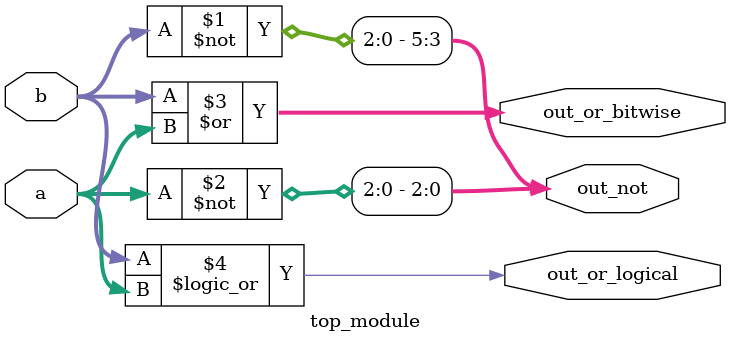
<source format=sv>
module top_module( 
    input [2:0] a,
    input [2:0] b,
    output [2:0] out_or_bitwise,
    output out_or_logical,
    output [5:0] out_not
);
	assign out_not[5:3] = ~b[2:0];
	assign out_not[2:0] = ~a[2:0];
	assign out_or_bitwise = b | a;
	assign out_or_logical = b || a;
endmodule

</source>
